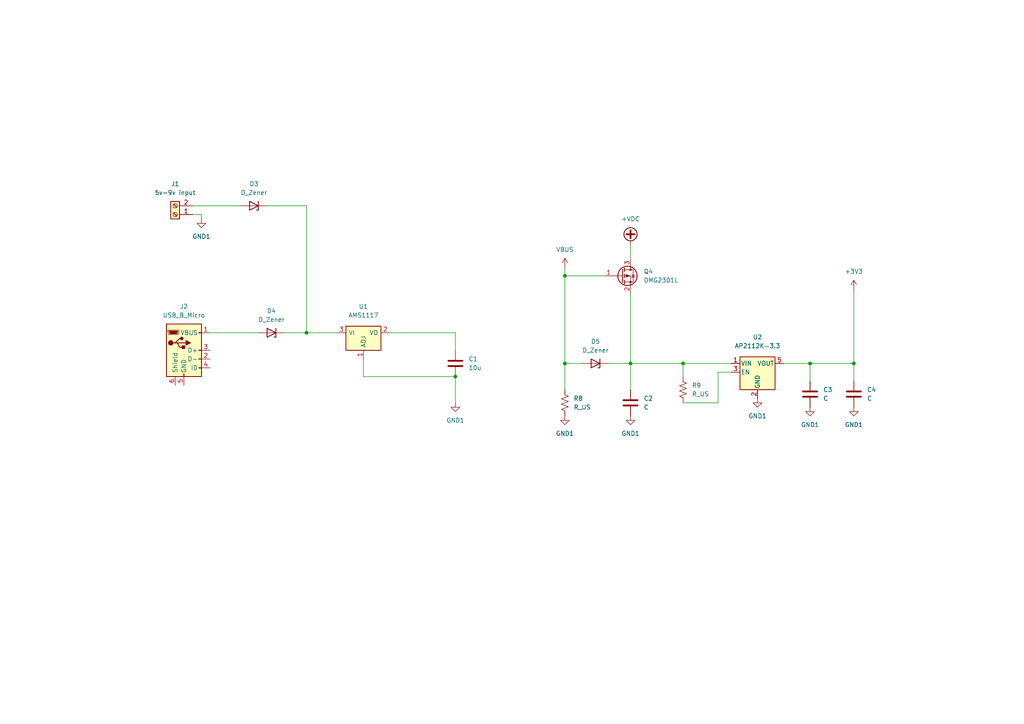
<source format=kicad_sch>
(kicad_sch (version 20211123) (generator eeschema)
  (paper "A4")
  (lib_symbols
    (symbol "Connector:Screw_Terminal_01x02" (pin_names (offset 1.016) hide)
      (property "Reference" "J" (at 0 2.54 0))
      (property "Value" "Screw_Terminal_01x02" (at 0 -5.08 0))
      (symbol "Screw_Terminal_01x02_1_1"
        (rectangle (start -1.27 1.27) (end 1.27 -3.81) (stroke (width 0.254)) (fill (type background)))
        (circle (center 0 -2.54) (radius 0.635) (stroke (width 0.1524)))
        (polyline (pts (xy -0.5334 -2.2098) (xy 0.3302 -3.048)) (stroke (width 0.1524)))
        (polyline (pts (xy -0.5334 0.3302) (xy 0.3302 -0.508)) (stroke (width 0.1524)))
        (polyline (pts (xy -0.3556 -2.032) (xy 0.508 -2.8702)) (stroke (width 0.1524)))
        (polyline (pts (xy -0.3556 0.508) (xy 0.508 -0.3302)) (stroke (width 0.1524)))
        (circle (center 0 0) (radius 0.635) (stroke (width 0.1524)))
        (pin passive line (at -5.08 0 0) (length 3.81) (name "Pin_1") (number "1"))
        (pin passive line (at -5.08 -2.54 0) (length 3.81) (name "Pin_2") (number "2"))
      )
    )
    (symbol "Connector:USB_B_Micro" (pin_names (offset 1.016))
      (property "Reference" "J" (at -5.08 11.43 0))
      (property "Value" "USB_B_Micro" (at -5.08 8.89 0))
      (symbol "USB_B_Micro_0_1"
        (rectangle (start -5.08 -7.62) (end 5.08 7.62) (stroke (width 0.254)) (fill (type background)))
        (circle (center -3.81 2.159) (radius 0.635) (stroke (width 0.254)) (fill (type outline)))
        (circle (center -0.635 3.429) (radius 0.381) (stroke (width 0.254)) (fill (type outline)))
        (rectangle (start -0.127 -7.62) (end 0.127 -6.858))
        (polyline (pts (xy -1.905 2.159) (xy 0.635 2.159)) (stroke (width 0.254)))
        (polyline (pts (xy -3.175 2.159) (xy -2.54 2.159) (xy -1.27 3.429) (xy -0.635 3.429)) (stroke (width 0.254)))
        (polyline (pts (xy -2.54 2.159) (xy -1.905 2.159) (xy -1.27 0.889) (xy 0 0.889)) (stroke (width 0.254)))
        (polyline (pts (xy 0.635 2.794) (xy 0.635 1.524) (xy 1.905 2.159) (xy 0.635 2.794)) (stroke (width 0.254)) (fill (type outline)))
        (polyline (pts (xy -4.318 5.588) (xy -1.778 5.588) (xy -2.032 4.826) (xy -4.064 4.826) (xy -4.318 5.588)) (fill (type outline)))
        (polyline (pts (xy -4.699 5.842) (xy -4.699 5.588) (xy -4.445 4.826) (xy -4.445 4.572) (xy -1.651 4.572) (xy -1.651 4.826) (xy -1.397 5.588) (xy -1.397 5.842) (xy -4.699 5.842)))
        (rectangle (start 0.254 1.27) (end -0.508 0.508) (stroke (width 0.254)) (fill (type outline)))
        (rectangle (start 5.08 -5.207) (end 4.318 -4.953))
        (rectangle (start 5.08 -2.667) (end 4.318 -2.413))
        (rectangle (start 5.08 -0.127) (end 4.318 0.127))
        (rectangle (start 5.08 4.953) (end 4.318 5.207))
      )
      (symbol "USB_B_Micro_1_1"
        (pin power_out line (at 7.62 5.08 180) (length 2.54) (name "VBUS") (number "1"))
        (pin bidirectional line (at 7.62 -2.54 180) (length 2.54) (name "D-") (number "2"))
        (pin bidirectional line (at 7.62 0 180) (length 2.54) (name "D+") (number "3"))
        (pin passive line (at 7.62 -5.08 180) (length 2.54) (name "ID") (number "4"))
        (pin power_out line (at 0 -10.16 90) (length 2.54) (name "GND") (number "5"))
        (pin passive line (at -2.54 -10.16 90) (length 2.54) (name "Shield") (number "6"))
      )
    )
    (symbol "Device:C" (pin_numbers hide) (pin_names (offset 0.254))
      (property "Reference" "C" (at 0.635 2.54 0))
      (property "Value" "C" (at 0.635 -2.54 0))
      (symbol "C_0_1"
        (polyline (pts (xy -2.032 -0.762) (xy 2.032 -0.762)) (stroke (width 0.508)))
        (polyline (pts (xy -2.032 0.762) (xy 2.032 0.762)) (stroke (width 0.508)))
      )
      (symbol "C_1_1"
        (pin passive line (at 0 3.81 270) (length 2.794) (name "~") (number "1"))
        (pin passive line (at 0 -3.81 90) (length 2.794) (name "~") (number "2"))
      )
    )
    (symbol "Device:D_Zener" (pin_numbers hide) (pin_names (offset 1.016) hide)
      (property "Reference" "D" (at 0 2.54 0))
      (property "Value" "D_Zener" (at 0 -2.54 0))
      (symbol "D_Zener_0_1"
        (polyline (pts (xy 1.27 0) (xy -1.27 0)))
        (polyline (pts (xy -1.27 -1.27) (xy -1.27 1.27) (xy -0.762 1.27)) (stroke (width 0.254)))
        (polyline (pts (xy 1.27 -1.27) (xy 1.27 1.27) (xy -1.27 0) (xy 1.27 -1.27)) (stroke (width 0.254)))
      )
      (symbol "D_Zener_1_1"
        (pin passive line (at -3.81 0 0) (length 2.54) (name "K") (number "1"))
        (pin passive line (at 3.81 0 180) (length 2.54) (name "A") (number "2"))
      )
    )
    (symbol "Device:R_US" (pin_numbers hide) (pin_names (offset 0))
      (property "Reference" "R" (at 2.54 0 90))
      (property "Value" "R_US" (at -2.54 0 90))
      (symbol "R_US_0_1"
        (polyline (pts (xy 0 -2.286) (xy 0 -2.54)))
        (polyline (pts (xy 0 2.286) (xy 0 2.54)))
        (polyline (pts (xy 0 -0.762) (xy 1.016 -1.143) (xy 0 -1.524) (xy -1.016 -1.905) (xy 0 -2.286)))
        (polyline (pts (xy 0 0.762) (xy 1.016 0.381) (xy 0 0) (xy -1.016 -0.381) (xy 0 -0.762)))
        (polyline (pts (xy 0 2.286) (xy 1.016 1.905) (xy 0 1.524) (xy -1.016 1.143) (xy 0 0.762)))
      )
      (symbol "R_US_1_1"
        (pin passive line (at 0 3.81 270) (length 1.27) (name "~") (number "1"))
        (pin passive line (at 0 -3.81 90) (length 1.27) (name "~") (number "2"))
      )
    )
    (symbol "Regulator_Linear:AMS1117" (pin_names (offset 0.762))
      (property "Reference" "U" (at -3.81 3.175 0))
      (property "Value" "AMS1117" (at 0 3.175 0))
      (symbol "AMS1117_0_1"
        (rectangle (start -5.08 -5.08) (end 5.08 1.905) (stroke (width 0.254)) (fill (type background)))
      )
      (symbol "AMS1117_1_1"
        (pin input line (at 0 -7.62 90) (length 2.54) (name "ADJ") (number "1"))
        (pin power_out line (at 7.62 0 180) (length 2.54) (name "VO") (number "2"))
        (pin power_in line (at -7.62 0 0) (length 2.54) (name "VI") (number "3"))
      )
    )
    (symbol "Regulator_Linear:AP2112K-3.3" (pin_names (offset 0.254))
      (property "Reference" "U" (at -5.08 5.715 0))
      (property "Value" "AP2112K-3.3" (at 0 5.715 0))
      (symbol "AP2112K-3.3_0_1"
        (rectangle (start -5.08 4.445) (end 5.08 -5.08) (stroke (width 0.254)) (fill (type background)))
      )
      (symbol "AP2112K-3.3_1_1"
        (pin power_in line (at -7.62 2.54 0) (length 2.54) (name "VIN") (number "1"))
        (pin power_in line (at 0 -7.62 90) (length 2.54) (name "GND") (number "2"))
        (pin input line (at -7.62 0 0) (length 2.54) (name "EN") (number "3"))
        (pin no_connect line (at 5.08 0 180) (length 2.54) hide (name "NC") (number "4"))
        (pin power_out line (at 7.62 2.54 180) (length 2.54) (name "VOUT") (number "5"))
      )
    )
    (symbol "Transistor_FET:DMG2301L" (pin_names hide)
      (property "Reference" "Q" (at 5.08 1.905 0))
      (property "Value" "DMG2301L" (at 5.08 0 0))
      (symbol "DMG2301L_0_1"
        (polyline (pts (xy 0.254 0) (xy -2.54 0)))
        (polyline (pts (xy 0.254 1.905) (xy 0.254 -1.905)) (stroke (width 0.254)))
        (polyline (pts (xy 0.762 -1.27) (xy 0.762 -2.286)) (stroke (width 0.254)))
        (polyline (pts (xy 0.762 0.508) (xy 0.762 -0.508)) (stroke (width 0.254)))
        (polyline (pts (xy 0.762 2.286) (xy 0.762 1.27)) (stroke (width 0.254)))
        (polyline (pts (xy 2.54 2.54) (xy 2.54 1.778)))
        (polyline (pts (xy 2.54 -2.54) (xy 2.54 0) (xy 0.762 0)))
        (polyline (pts (xy 0.762 1.778) (xy 3.302 1.778) (xy 3.302 -1.778) (xy 0.762 -1.778)))
        (polyline (pts (xy 2.286 0) (xy 1.27 0.381) (xy 1.27 -0.381) (xy 2.286 0)) (fill (type outline)))
        (polyline (pts (xy 2.794 -0.508) (xy 2.921 -0.381) (xy 3.683 -0.381) (xy 3.81 -0.254)))
        (polyline (pts (xy 3.302 -0.381) (xy 2.921 0.254) (xy 3.683 0.254) (xy 3.302 -0.381)))
        (circle (center 1.651 0) (radius 2.794) (stroke (width 0.254)))
        (circle (center 2.54 -1.778) (radius 0.254) (fill (type outline)))
        (circle (center 2.54 1.778) (radius 0.254) (fill (type outline)))
      )
      (symbol "DMG2301L_1_1"
        (pin input line (at -5.08 0 0) (length 2.54) (name "G") (number "1"))
        (pin passive line (at 2.54 -5.08 90) (length 2.54) (name "S") (number "2"))
        (pin passive line (at 2.54 5.08 270) (length 2.54) (name "D") (number "3"))
      )
    )
    (symbol "power:+3.3V" (power) (pin_names (offset 0))
      (property "Value" "+3.3V" (at 0 3.556 0))
      (symbol "+3.3V_0_1"
        (polyline (pts (xy -0.762 1.27) (xy 0 2.54)))
        (polyline (pts (xy 0 0) (xy 0 2.54)))
        (polyline (pts (xy 0 2.54) (xy 0.762 1.27)))
      )
      (symbol "+3.3V_1_1"
        (pin power_in line (at 0 0 90) (length 0) hide (name "+3V3") (number "1"))
      )
    )
    (symbol "power:+VDC" (power) (pin_names (offset 0))
      (property "Value" "+VDC" (at 0 6.35 0))
      (symbol "+VDC_0_1"
        (polyline (pts (xy -1.143 3.175) (xy 1.143 3.175)) (stroke (width 0.508)))
        (polyline (pts (xy 0 0) (xy 0 1.27)))
        (polyline (pts (xy 0 2.032) (xy 0 4.318)) (stroke (width 0.508)))
        (circle (center 0 3.175) (radius 1.905) (stroke (width 0.254)))
      )
      (symbol "+VDC_1_1"
        (pin power_in line (at 0 0 90) (length 0) hide (name "+VDC") (number "1"))
      )
    )
    (symbol "power:GND1" (power) (pin_names (offset 0))
      (property "Value" "GND1" (at 0 -3.81 0))
      (symbol "GND1_0_1"
        (polyline (pts (xy 0 0) (xy 0 -1.27) (xy 1.27 -1.27) (xy 0 -2.54) (xy -1.27 -1.27) (xy 0 -1.27)))
      )
      (symbol "GND1_1_1"
        (pin power_in line (at 0 0 270) (length 0) hide (name "GND1") (number "1"))
      )
    )
    (symbol "power:VBUS" (power) (pin_names (offset 0))
      (property "Value" "VBUS" (at 0 3.81 0))
      (symbol "VBUS_0_1"
        (polyline (pts (xy -0.762 1.27) (xy 0 2.54)))
        (polyline (pts (xy 0 0) (xy 0 2.54)))
        (polyline (pts (xy 0 2.54) (xy 0.762 1.27)))
      )
      (symbol "VBUS_1_1"
        (pin power_in line (at 0 0 90) (length 0) hide (name "VBUS") (number "1"))
      )
    )
  )
  (junction (at 163.83 80.01))
  (junction (at 163.83 105.41))
  (junction (at 234.95 105.41))
  (junction (at 88.9 96.52))
  (junction (at 182.88 105.41))
  (junction (at 198.12 105.41))
  (junction (at 247.65 105.41))
  (junction (at 132.08 109.22))
  (wire (pts (xy 182.88 105.41) (xy 198.12 105.41)))
  (wire (pts (xy 58.42 62.23) (xy 58.42 63.5)))
  (wire (pts (xy 105.41 104.14) (xy 105.41 109.22)))
  (wire (pts (xy 163.83 113.03) (xy 163.83 105.41)))
  (wire (pts (xy 163.83 77.47) (xy 163.83 80.01)))
  (wire (pts (xy 182.88 85.09) (xy 182.88 105.41)))
  (wire (pts (xy 132.08 96.52) (xy 132.08 101.6)))
  (wire (pts (xy 247.65 83.82) (xy 247.65 105.41)))
  (wire (pts (xy 182.88 105.41) (xy 182.88 113.03)))
  (wire (pts (xy 182.88 71.12) (xy 182.88 74.93)))
  (wire (pts (xy 247.65 110.49) (xy 247.65 105.41)))
  (wire (pts (xy 234.95 105.41) (xy 234.95 110.49)))
  (wire (pts (xy 212.09 107.95) (xy 208.28 107.95)))
  (wire (pts (xy 227.33 105.41) (xy 234.95 105.41)))
  (wire (pts (xy 247.65 105.41) (xy 234.95 105.41)))
  (wire (pts (xy 88.9 59.69) (xy 88.9 96.52)))
  (wire (pts (xy 113.03 96.52) (xy 132.08 96.52)))
  (wire (pts (xy 198.12 105.41) (xy 212.09 105.41)))
  (wire (pts (xy 88.9 96.52) (xy 97.79 96.52)))
  (wire (pts (xy 82.55 96.52) (xy 88.9 96.52)))
  (wire (pts (xy 208.28 107.95) (xy 208.28 116.84)))
  (wire (pts (xy 208.28 116.84) (xy 198.12 116.84)))
  (wire (pts (xy 55.88 59.69) (xy 69.85 59.69)))
  (wire (pts (xy 105.41 109.22) (xy 132.08 109.22)))
  (wire (pts (xy 182.88 105.41) (xy 176.53 105.41)))
  (wire (pts (xy 132.08 109.22) (xy 132.08 116.84)))
  (wire (pts (xy 198.12 109.22) (xy 198.12 105.41)))
  (wire (pts (xy 55.88 62.23) (xy 58.42 62.23)))
  (wire (pts (xy 60.96 96.52) (xy 74.93 96.52)))
  (wire (pts (xy 77.47 59.69) (xy 88.9 59.69)))
  (wire (pts (xy 163.83 80.01) (xy 175.26 80.01)))
  (wire (pts (xy 163.83 105.41) (xy 168.91 105.41)))
  (wire (pts (xy 163.83 80.01) (xy 163.83 105.41)))
  (symbol (lib_id "Regulator_Linear:AMS1117") (at 105.41 96.52 0) (unit 1)
    (property "Reference" "U1" (at 105.41 88.9 0))
    (property "Value" "AMS1117" (at 105.41 91.44 0))
    (property "Footprint" "Package_TO_SOT_SMD:SOT-223-3_TabPin2" (effects hide))
    (property "Datasheet" "http://www.advanced-monolithic.com/pdf/ds1117.pdf" (effects hide))
  )
  (symbol (lib_id "power:GND1") (at 182.88 120.65 0) (unit 1)
    (property "Reference" "#PWR014" (effects hide))
    (property "Value" "GND1" (at 182.88 125.73 0))
  )
  (symbol (lib_id "power:+3.3V") (at 247.65 83.82 0) (unit 1)
    (property "Reference" "#PWR017" (effects hide))
    (property "Value" "+3.3V" (at 247.65 78.74 0))
  )
  (symbol (lib_id "Device:D_Zener") (at 78.74 96.52 180) (unit 1)
    (property "Reference" "D4" (at 78.74 90.17 0))
    (property "Value" "D_Zener" (at 78.74 92.71 0))
  )
  (symbol (lib_id "power:GND1") (at 234.95 118.11 0) (unit 1)
    (property "Reference" "#PWR016" (effects hide))
    (property "Value" "GND1" (at 234.95 123.19 0))
  )
  (symbol (lib_id "Device:R_US") (at 198.12 113.03 0) (unit 1)
    (property "Reference" "R9" (at 200.66 111.7599 0) (effects (justify left)))
    (property "Value" "R_US" (at 200.66 114.2999 0) (effects (justify left)))
  )
  (symbol (lib_id "Device:C") (at 234.95 114.3 0) (unit 1)
    (property "Reference" "C3" (at 238.76 113.0299 0) (effects (justify left)))
    (property "Value" "C" (at 238.76 115.5699 0) (effects (justify left)))
  )
  (symbol (lib_id "Device:C") (at 132.08 105.41 0) (unit 1)
    (property "Reference" "C1" (at 135.89 104.1399 0) (effects (justify left)))
    (property "Value" "10u" (at 135.89 106.6799 0) (effects (justify left)))
  )
  (symbol (lib_id "power:GND1") (at 163.83 120.65 0) (unit 1)
    (property "Reference" "#PWR012" (effects hide))
    (property "Value" "GND1" (at 163.83 125.73 0))
  )
  (symbol (lib_id "Device:D_Zener") (at 73.66 59.69 180) (unit 1)
    (property "Reference" "D3" (at 73.66 53.34 0))
    (property "Value" "D_Zener" (at 73.66 55.88 0))
  )
  (symbol (lib_id "power:GND1") (at 58.42 63.5 0) (unit 1)
    (property "Reference" "#PWR09" (effects hide))
    (property "Value" "GND1" (at 58.42 68.58 0))
  )
  (symbol (lib_id "Connector:Screw_Terminal_01x02") (at 50.8 62.23 180) (unit 1)
    (property "Reference" "J1" (at 50.8 53.34 0))
    (property "Value" "5v-9v input" (at 50.8 55.88 0))
  )
  (symbol (lib_id "power:GND1") (at 219.71 115.57 0) (unit 1)
    (property "Reference" "#PWR015" (effects hide))
    (property "Value" "GND1" (at 219.71 120.65 0))
  )
  (symbol (lib_id "Device:R_US") (at 163.83 116.84 0) (unit 1)
    (property "Reference" "R8" (at 166.37 115.5699 0) (effects (justify left)))
    (property "Value" "R_US" (at 166.37 118.1099 0) (effects (justify left)))
  )
  (symbol (lib_id "Device:C") (at 247.65 114.3 0) (unit 1)
    (property "Reference" "C4" (at 251.46 113.0299 0) (effects (justify left)))
    (property "Value" "C" (at 251.46 115.5699 0) (effects (justify left)))
  )
  (symbol (lib_id "Transistor_FET:DMG2301L") (at 180.34 80.01 0) (unit 1)
    (property "Reference" "Q4" (at 186.69 78.7399 0) (effects (justify left)))
    (property "Value" "DMG2301L" (at 186.69 81.2799 0) (effects (justify left)))
    (property "Footprint" "Package_TO_SOT_SMD:SOT-23" (effects hide))
    (property "Datasheet" "https://www.diodes.com/assets/Datasheets/DMG2301L.pdf" (effects hide))
  )
  (symbol (lib_id "power:GND1") (at 132.08 116.84 0) (unit 1)
    (property "Reference" "#PWR010" (effects hide))
    (property "Value" "GND1" (at 132.08 121.92 0))
  )
  (symbol (lib_id "Regulator_Linear:AP2112K-3.3") (at 219.71 107.95 0) (unit 1)
    (property "Reference" "U2" (at 219.71 97.79 0))
    (property "Value" "AP2112K-3.3" (at 219.71 100.33 0))
    (property "Footprint" "Package_TO_SOT_SMD:SOT-23-5" (effects hide))
    (property "Datasheet" "https://www.diodes.com/assets/Datasheets/AP2112.pdf" (effects hide))
  )
  (symbol (lib_id "Connector:USB_B_Micro") (at 53.34 101.6 0) (unit 1)
    (property "Reference" "J2" (at 53.34 88.9 0))
    (property "Value" "USB_B_Micro" (at 53.34 91.44 0))
  )
  (symbol (lib_id "power:VBUS") (at 163.83 77.47 0) (unit 1)
    (property "Reference" "#PWR011" (effects hide))
    (property "Value" "VBUS" (at 163.83 72.39 0))
  )
  (symbol (lib_id "power:GND1") (at 247.65 118.11 0) (unit 1)
    (property "Reference" "#PWR018" (effects hide))
    (property "Value" "GND1" (at 247.65 123.19 0))
  )
  (symbol (lib_id "Device:D_Zener") (at 172.72 105.41 180) (unit 1)
    (property "Reference" "D5" (at 172.72 99.06 0))
    (property "Value" "D_Zener" (at 172.72 101.6 0))
  )
  (symbol (lib_id "Device:C") (at 182.88 116.84 0) (unit 1)
    (property "Reference" "C2" (at 186.69 115.5699 0) (effects (justify left)))
    (property "Value" "C" (at 186.69 118.1099 0) (effects (justify left)))
  )
  (symbol (lib_id "power:+VDC") (at 182.88 71.12 0) (unit 1)
    (property "Reference" "#PWR013" (effects hide))
    (property "Value" "+VDC" (at 182.88 63.5 0))
  )
)
</source>
